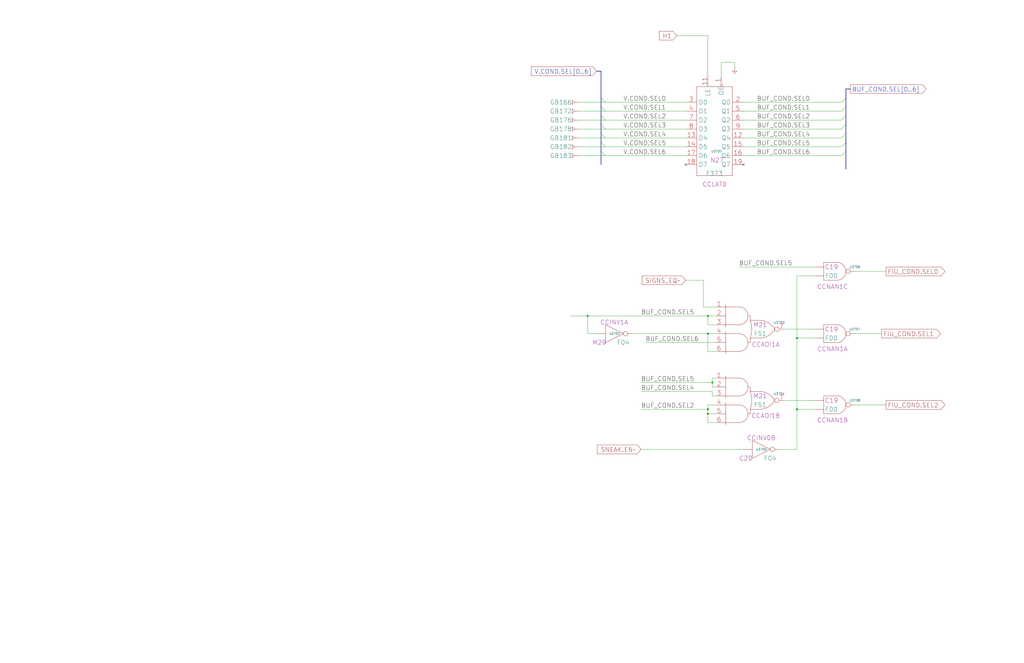
<source format=kicad_sch>
(kicad_sch (version 20250114) (generator "eeschema") (generator_version "9.0")
  (paper "User" 584.2 378.46)
  (title_block (title "CONDITION LOGIC") (date "22-MAR-90") (rev "1.0") (comment 1 "VALUE") (comment 2 "232-003063") (comment 3 "S400") (comment 4 "RELEASED"))
  (lib_symbols
    (symbol "r1000:F00" (pin_numbers (hide yes)) (pin_names (hide yes))
      (property "Reference" "U" (at 15.24 0 0))
      (property "Value" "F00" (at 1.905 -5.08 0))
      (property "Location" "___" (at 1.905 0 0))
      (property "Name" "______" (at 2.54 -12.7 0))
      (symbol "F00_0_1"
        (polyline (pts (xy -2.54 2.54) (xy -2.54 -7.62)) (stroke (width 0.1524)))
        (polyline (pts (xy -2.54 2.54) (xy 5.08 2.54)) (stroke (width 0.1524)))
        (polyline (pts (xy -2.54 -7.62) (xy 5.08 -7.62)) (stroke (width 0.1524)))
        (arc (start 5.08 2.54) (mid 10.1281 -2.54) (end 5.08 -7.62) (stroke (width 0.1524)))
        (circle (center 11.43 -2.54) (radius 1.27) (stroke (width 0.1524)))
      )
      (symbol "F00_0_2"
        (arc (start -3.175 2.54) (mid -2.134 -2.54) (end -3.175 -7.62) (stroke (width 0.1524)))
        (circle (center -3.81 0) (radius 1.27) (stroke (width 0.1524)))
        (circle (center -3.81 -5.08) (radius 1.27) (stroke (width 0.1524)))
        (polyline (pts (xy -3.175 2.54) (xy 3.81 2.54)) (stroke (width 0.1524)))
        (polyline (pts (xy -3.175 -7.62) (xy 3.81 -7.62)) (stroke (width 0.1524)))
        (arc (start 3.81 2.54) (mid 7.5828 0.7472) (end 10.16 -2.54) (stroke (width 0.1524)))
        (arc (start 10.16 -2.54) (mid 7.5855 -5.8306) (end 3.81 -7.62) (stroke (width 0.1524)))
      )
      (symbol "F00_1_1"
        (pin input line (at -7.62 0 0) (length 5.08) (name "D0") (number "1"))
        (pin input line (at -7.62 -5.08 0) (length 5.08) (name "D1") (number "2"))
        (pin output line (at 15.24 -2.54 180) (length 2.54) (name "Q") (number "3"))
      )
      (symbol "F00_1_2"
        (pin input line (at -7.62 0 0) (length 2.54) (name "D0") (number "1"))
        (pin input line (at -7.62 -5.08 0) (length 2.54) (name "D1") (number "2"))
        (pin output line (at 15.24 -2.54 180) (length 5.08) (name "Q") (number "3"))
      )
    )
    (symbol "r1000:F04" (pin_numbers (hide yes)) (pin_names (hide yes))
      (property "Reference" "U" (at 0 0 0))
      (property "Value" "F04" (at 1.27 -5.08 0))
      (property "Location" "___" (at -12.7 -5.08 0))
      (property "Name" "______" (at 0 5.08 0))
      (symbol "F04_0_1"
        (polyline (pts (xy -7.62 0) (xy -5.08 0)) (stroke (width 0.1524)))
        (polyline (pts (xy -5.08 5.08) (xy -5.08 -5.08)) (stroke (width 0.1524)))
        (polyline (pts (xy 5.08 0) (xy -5.08 5.08)) (stroke (width 0.1524)))
        (polyline (pts (xy 5.08 0) (xy -5.08 -5.08)) (stroke (width 0.1524)))
        (circle (center 6.35 0) (radius 1.27) (stroke (width 0.1524)))
      )
      (symbol "F04_1_1"
        (pin input line (at -10.16 0 0) (length 2.54) (name "D0") (number "1"))
        (pin output line (at 10.16 0 180) (length 2.54) (name "Q") (number "2"))
      )
    )
    (symbol "r1000:F373" (pin_names (offset 1.016))
      (property "Reference" "U" (at 2.54 5.08 0))
      (property "Value" "F373" (at -3.81 -7.62 0))
      (property "Location" "___" (at -1.27 0 0))
      (property "Name" "______" (at 1.27 -15.24 0))
      (symbol "F373_1_1"
        (rectangle (start -8.89 41.91) (end 11.43 -8.89))
        (circle (center 5.08 42.545) (radius 0.635))
        (pin input line (at -15.24 33.02 0) (length 6.35) (name "D0") (number "3"))
        (pin input line (at -15.24 27.94 0) (length 6.35) (name "D1") (number "4"))
        (pin input line (at -15.24 22.86 0) (length 6.35) (name "D2") (number "7"))
        (pin input line (at -15.24 17.78 0) (length 6.35) (name "D3") (number "8"))
        (pin input line (at -15.24 12.7 0) (length 6.35) (name "D4") (number "13"))
        (pin input line (at -15.24 7.62 0) (length 6.35) (name "D5") (number "14"))
        (pin input line (at -15.24 2.54 0) (length 6.35) (name "D6") (number "17"))
        (pin input line (at -15.24 -2.54 0) (length 6.35) (name "D7") (number "18"))
        (pin input line (at -2.54 48.26 270) (length 6.35) (name "LE") (number "11"))
        (pin input line (at 5.08 48.26 270) (length 5.08) (name "OE") (number "1"))
        (pin tri_state line (at 17.78 33.02 180) (length 6.35) (name "Q0") (number "2"))
        (pin tri_state line (at 17.78 27.94 180) (length 6.35) (name "Q1") (number "5"))
        (pin tri_state line (at 17.78 22.86 180) (length 6.35) (name "Q2") (number "6"))
        (pin tri_state line (at 17.78 17.78 180) (length 6.35) (name "Q3") (number "9"))
        (pin tri_state line (at 17.78 12.7 180) (length 6.35) (name "Q4") (number "12"))
        (pin tri_state line (at 17.78 7.62 180) (length 6.35) (name "Q5") (number "15"))
        (pin tri_state line (at 17.78 2.54 180) (length 6.35) (name "Q6") (number "16"))
        (pin tri_state line (at 17.78 -2.54 180) (length 6.35) (name "Q7") (number "19"))
      )
    )
    (symbol "r1000:F51" (pin_names (hide yes))
      (property "Reference" "U" (at 12.7 1.27 0))
      (property "Value" "F51" (at 1.905 -5.08 0))
      (property "Location" "___" (at 1.905 0 0))
      (property "Name" "______" (at 5.08 -12.7 0))
      (symbol "F51_0_0"
        (polyline (pts (xy -20.32 10.16) (xy -17.78 10.16)) (stroke (width 0.1524)))
        (polyline (pts (xy -20.32 5.08) (xy -17.78 5.08)) (stroke (width 0.1524)))
        (polyline (pts (xy -20.32 0) (xy -17.78 0)) (stroke (width 0.1524)))
        (polyline (pts (xy -20.32 -5.08) (xy -17.78 -5.08)) (stroke (width 0.1524)))
        (polyline (pts (xy -20.32 -10.16) (xy -17.78 -10.16)) (stroke (width 0.1524)))
        (polyline (pts (xy -20.32 -15.24) (xy -17.78 -15.24)) (stroke (width 0.1524)))
        (arc (start -3.8173 2.54) (mid -2.9926 -2.54) (end -3.8173 -7.62) (stroke (width 0.1524)))
        (polyline (pts (xy -17.78 11.43) (xy -17.78 -1.27)) (stroke (width 0.1524)))
        (polyline (pts (xy -17.78 -3.81) (xy -17.78 -16.51)) (stroke (width 0.1524)))
        (polyline (pts (xy -10.16 10.16) (xy -17.78 10.16)) (stroke (width 0.1524)))
        (arc (start -10.16 10.16) (mid -6.5679 8.6721) (end -5.08 5.08) (stroke (width 0.1524)))
        (arc (start -5.08 5.08) (mid -6.5679 1.4879) (end -10.16 0) (stroke (width 0.1524)))
        (polyline (pts (xy -10.16 0) (xy -17.78 0)) (stroke (width 0.1524)))
        (polyline (pts (xy -10.16 -5.08) (xy -17.78 -5.08)) (stroke (width 0.1524)))
        (arc (start -10.16 -5.08) (mid -6.5679 -6.5679) (end -5.08 -10.16) (stroke (width 0.1524)))
        (arc (start -5.08 -10.16) (mid -6.5679 -13.7521) (end -10.16 -15.24) (stroke (width 0.1524)))
        (polyline (pts (xy -10.16 -15.24) (xy -17.78 -15.24)) (stroke (width 0.1524)))
        (polyline (pts (xy -5.08 5.08) (xy -3.81 5.08) (xy -3.81 2.54)) (stroke (width 0.1524)))
        (polyline (pts (xy -5.08 -10.16) (xy -3.81 -10.16) (xy -3.81 -7.62)) (stroke (width 0.1524)))
        (polyline (pts (xy -3.81 2.54) (xy 2.54 2.54)) (stroke (width 0.1524)))
        (polyline (pts (xy -3.81 -7.62) (xy 2.54 -7.62)) (stroke (width 0.1524)))
        (arc (start 10.16 -2.54) (mid 6.9504 -5.9807) (end 2.54 -7.62) (stroke (width 0.1524)))
        (arc (start 2.54 2.54) (mid 6.9516 0.9024) (end 10.16 -2.54) (stroke (width 0.1524)))
        (circle (center 11.43 -2.54) (radius 1.27) (stroke (width 0.1524)))
      )
      (symbol "F51_1_1"
        (pin input line (at -22.86 10.16 0) (length 2.54) (name "A1") (number "1"))
        (pin input line (at -22.86 5.08 0) (length 2.54) (name "A2") (number "2"))
        (pin input line (at -22.86 0 0) (length 2.54) (name "A3") (number "3"))
        (pin input line (at -22.86 -5.08 0) (length 2.54) (name "B1") (number "4"))
        (pin input line (at -22.86 -10.16 0) (length 2.54) (name "B2") (number "5"))
        (pin input line (at -22.86 -15.24 0) (length 2.54) (name "B3") (number "6"))
        (pin output line (at 15.24 -2.54 180) (length 2.54) (name "Q") (number "7"))
      )
    )
    (symbol "r1000:GB" (pin_numbers (hide yes)) (pin_names (offset 0) (hide yes))
      (property "Reference" "GB" (at 3.81 0 0))
      (symbol "GB_0_1"
        (polyline (pts (xy 2.54 0) (xy 3.81 1.27) (xy 3.81 -1.27) (xy 2.54 0)) (stroke (width 0.1524)))
      )
      (symbol "GB_1_1"
        (pin bidirectional line (at 0 0 0) (length 2.54) (name "") (number "1"))
      )
    )
    (symbol "r1000:PD" (power) (pin_numbers (hide yes)) (pin_names (hide yes)) (in_bom no)
      (symbol "PD_0_1"
        (polyline (pts (xy 0 -2.54) (xy 1.27 -2.54) (xy 0 -3.81) (xy -1.27 -2.54) (xy 0 -2.54)) (stroke (width 0.1524)))
      )
      (symbol "PD_1_1"
        (pin power_in line (at 0 0 270) (length 2.54) (name "PD") (number "1"))
      )
    )
  )
  (junction (at 403.86 236.22))
  (junction (at 335.28 180.34))
  (junction (at 403.86 233.68))
  (junction (at 406.4 218.44))
  (junction (at 454.66 233.68))
  (junction (at 403.86 190.5))
  (junction (at 403.86 180.34))
  (junction (at 454.66 193.04))
  (no_connect (at 391.16 93.98))
  (no_connect (at 424.18 93.98))
  (bus_entry (at 342.9 86.36) (size 2.54 2.54))
  (bus_entry (at 342.9 55.88) (size 2.54 2.54))
  (bus_entry (at 482.6 76.2) (size -2.54 2.54))
  (bus_entry (at 482.6 86.36) (size -2.54 2.54))
  (bus_entry (at 482.6 60.96) (size -2.54 2.54))
  (bus_entry (at 482.6 81.28) (size -2.54 2.54))
  (bus_entry (at 482.6 66.04) (size -2.54 2.54))
  (bus_entry (at 342.9 81.28) (size 2.54 2.54))
  (bus_entry (at 482.6 55.88) (size -2.54 2.54))
  (bus_entry (at 342.9 66.04) (size 2.54 2.54))
  (bus_entry (at 342.9 60.96) (size 2.54 2.54))
  (bus_entry (at 342.9 76.2) (size 2.54 2.54))
  (bus_entry (at 342.9 71.12) (size 2.54 2.54))
  (bus_entry (at 482.6 71.12) (size -2.54 2.54))
  (wire (pts (xy 403.86 241.3) (xy 403.86 236.22)))
  (wire (pts (xy 408.94 200.66) (xy 403.86 200.66)))
  (wire (pts (xy 419.1 35.56) (xy 411.48 35.56)))
  (wire (pts (xy 403.86 180.34) (xy 408.94 180.34)))
  (wire (pts (xy 401.32 160.02) (xy 401.32 175.26)))
  (wire (pts (xy 403.86 185.42) (xy 403.86 180.34)))
  (wire (pts (xy 345.44 83.82) (xy 391.16 83.82)))
  (wire (pts (xy 360.68 190.5) (xy 403.86 190.5)))
  (wire (pts (xy 330.2 68.58) (xy 345.44 68.58)))
  (wire (pts (xy 330.2 73.66) (xy 345.44 73.66)))
  (wire (pts (xy 365.76 256.54) (xy 424.18 256.54)))
  (wire (pts (xy 345.44 78.74) (xy 391.16 78.74)))
  (wire (pts (xy 325.12 180.34) (xy 335.28 180.34)))
  (wire (pts (xy 408.94 215.9) (xy 406.4 215.9)))
  (wire (pts (xy 406.4 215.9) (xy 406.4 218.44)))
  (wire (pts (xy 454.66 193.04) (xy 464.82 193.04)))
  (bus (pts (xy 482.6 60.96) (xy 482.6 66.04)))
  (wire (pts (xy 335.28 190.5) (xy 335.28 180.34)))
  (wire (pts (xy 408.94 185.42) (xy 403.86 185.42)))
  (wire (pts (xy 454.66 193.04) (xy 454.66 157.48)))
  (wire (pts (xy 403.86 190.5) (xy 408.94 190.5)))
  (wire (pts (xy 403.86 236.22) (xy 403.86 233.68)))
  (wire (pts (xy 365.76 218.44) (xy 406.4 218.44)))
  (wire (pts (xy 447.04 187.96) (xy 464.82 187.96)))
  (wire (pts (xy 345.44 58.42) (xy 391.16 58.42)))
  (wire (pts (xy 330.2 83.82) (xy 345.44 83.82)))
  (wire (pts (xy 406.4 218.44) (xy 406.4 220.98)))
  (wire (pts (xy 330.2 58.42) (xy 345.44 58.42)))
  (wire (pts (xy 487.68 154.94) (xy 505.46 154.94)))
  (wire (pts (xy 487.68 231.14) (xy 505.46 231.14)))
  (wire (pts (xy 454.66 157.48) (xy 464.82 157.48)))
  (bus (pts (xy 342.9 40.64) (xy 342.9 55.88)))
  (wire (pts (xy 454.66 256.54) (xy 454.66 233.68)))
  (bus (pts (xy 482.6 50.8) (xy 482.6 55.88)))
  (bus (pts (xy 342.9 71.12) (xy 342.9 76.2)))
  (wire (pts (xy 444.5 256.54) (xy 454.66 256.54)))
  (bus (pts (xy 482.6 86.36) (xy 482.6 96.52)))
  (wire (pts (xy 454.66 233.68) (xy 454.66 193.04)))
  (wire (pts (xy 408.94 241.3) (xy 403.86 241.3)))
  (wire (pts (xy 391.16 160.02) (xy 401.32 160.02)))
  (wire (pts (xy 424.18 63.5) (xy 480.06 63.5)))
  (wire (pts (xy 419.1 38.1) (xy 419.1 35.56)))
  (wire (pts (xy 447.04 228.6) (xy 464.82 228.6)))
  (bus (pts (xy 342.9 60.96) (xy 342.9 66.04)))
  (bus (pts (xy 342.9 55.88) (xy 342.9 60.96)))
  (wire (pts (xy 335.28 180.34) (xy 403.86 180.34)))
  (wire (pts (xy 386.08 20.32) (xy 403.86 20.32)))
  (wire (pts (xy 330.2 88.9) (xy 345.44 88.9)))
  (wire (pts (xy 408.94 226.06) (xy 406.4 226.06)))
  (bus (pts (xy 340.36 40.64) (xy 342.9 40.64)))
  (wire (pts (xy 454.66 233.68) (xy 464.82 233.68)))
  (wire (pts (xy 345.44 68.58) (xy 391.16 68.58)))
  (wire (pts (xy 330.2 63.5) (xy 345.44 63.5)))
  (wire (pts (xy 424.18 78.74) (xy 480.06 78.74)))
  (wire (pts (xy 406.4 220.98) (xy 408.94 220.98)))
  (wire (pts (xy 403.86 20.32) (xy 403.86 43.18)))
  (wire (pts (xy 403.86 233.68) (xy 403.86 231.14)))
  (wire (pts (xy 421.64 152.4) (xy 464.82 152.4)))
  (wire (pts (xy 365.76 233.68) (xy 403.86 233.68)))
  (bus (pts (xy 342.9 86.36) (xy 342.9 93.98)))
  (wire (pts (xy 424.18 83.82) (xy 480.06 83.82)))
  (bus (pts (xy 482.6 71.12) (xy 482.6 76.2)))
  (wire (pts (xy 403.86 200.66) (xy 403.86 190.5)))
  (wire (pts (xy 424.18 88.9) (xy 480.06 88.9)))
  (wire (pts (xy 401.32 175.26) (xy 408.94 175.26)))
  (wire (pts (xy 424.18 73.66) (xy 480.06 73.66)))
  (bus (pts (xy 342.9 81.28) (xy 342.9 86.36)))
  (wire (pts (xy 411.48 35.56) (xy 411.48 43.18)))
  (wire (pts (xy 487.68 190.5) (xy 502.92 190.5)))
  (bus (pts (xy 482.6 50.8) (xy 485.14 50.8)))
  (wire (pts (xy 368.3 195.58) (xy 408.94 195.58)))
  (bus (pts (xy 482.6 76.2) (xy 482.6 81.28)))
  (wire (pts (xy 345.44 73.66) (xy 391.16 73.66)))
  (wire (pts (xy 403.86 231.14) (xy 408.94 231.14)))
  (bus (pts (xy 342.9 66.04) (xy 342.9 71.12)))
  (bus (pts (xy 342.9 76.2) (xy 342.9 81.28)))
  (wire (pts (xy 345.44 63.5) (xy 391.16 63.5)))
  (wire (pts (xy 406.4 223.52) (xy 365.76 223.52)))
  (wire (pts (xy 424.18 68.58) (xy 480.06 68.58)))
  (wire (pts (xy 403.86 236.22) (xy 408.94 236.22)))
  (wire (pts (xy 330.2 78.74) (xy 345.44 78.74)))
  (bus (pts (xy 482.6 66.04) (xy 482.6 71.12)))
  (bus (pts (xy 482.6 55.88) (xy 482.6 60.96)))
  (bus (pts (xy 482.6 81.28) (xy 482.6 86.36)))
  (wire (pts (xy 424.18 58.42) (xy 480.06 58.42)))
  (wire (pts (xy 340.36 190.5) (xy 335.28 190.5)))
  (wire (pts (xy 345.44 88.9) (xy 391.16 88.9)))
  (wire (pts (xy 406.4 226.06) (xy 406.4 223.52)))
  (label "BUF_COND.SEL2" (at 365.76 233.68 0) (effects (font (size 2.54 2.54))))
  (label "BUF_COND.SEL6" (at 368.3 195.58 0) (effects (font (size 2.54 2.54))))
  (label "BUF_COND.SEL4" (at 365.76 223.52 0) (effects (font (size 2.54 2.54))))
  (label "V.COND.SEL3" (at 355.6 73.66 0) (effects (font (size 2.54 2.54))))
  (label "BUF_COND.SEL1" (at 431.8 63.5 0) (effects (font (size 2.54 2.54))))
  (label "BUF_COND.SEL5" (at 431.8 83.82 0) (effects (font (size 2.54 2.54))))
  (label "BUF_COND.SEL5" (at 365.76 218.44 0) (effects (font (size 2.54 2.54))))
  (label "V.COND.SEL2" (at 355.6 68.58 0) (effects (font (size 2.54 2.54))))
  (label "BUF_COND.SEL3" (at 431.8 73.66 0) (effects (font (size 2.54 2.54))))
  (label "V.COND.SEL6" (at 355.6 88.9 0) (effects (font (size 2.54 2.54))))
  (label "V.COND.SEL0" (at 355.6 58.42 0) (effects (font (size 2.54 2.54))))
  (label "V.COND.SEL4" (at 355.6 78.74 0) (effects (font (size 2.54 2.54))))
  (label "BUF_COND.SEL5" (at 365.76 180.34 0) (effects (font (size 2.54 2.54))))
  (label "V.COND.SEL5" (at 355.6 83.82 0) (effects (font (size 2.54 2.54))))
  (label "BUF_COND.SEL2" (at 431.8 68.58 0) (effects (font (size 2.54 2.54))))
  (label "BUF_COND.SEL0" (at 431.8 58.42 0) (effects (font (size 2.54 2.54))))
  (label "BUF_COND.SEL6" (at 431.8 88.9 0) (effects (font (size 2.54 2.54))))
  (label "V.COND.SEL1" (at 355.6 63.5 0) (effects (font (size 2.54 2.54))))
  (label "BUF_COND.SEL5" (at 421.64 152.4 0) (effects (font (size 2.54 2.54))))
  (label "BUF_COND.SEL4" (at 431.8 78.74 0) (effects (font (size 2.54 2.54))))
  (global_label "SNEAK.EN~" (shape input) (at 365.76 256.54 180) (effects (font (size 2.54 2.54))) (property "Intersheetrefs" "${INTERSHEET_REFS}" (at 340.8559 256.3813 0) (effects (font (size 1.905 1.905)) (justify right))))
  (global_label "FIU_COND.SEL2" (shape output) (at 505.46 231.14 0) (effects (font (size 2.54 2.54))) (property "Intersheetrefs" "${INTERSHEET_REFS}" (at 539.0727 230.9813 0) (effects (font (size 1.905 1.905)) (justify left))))
  (global_label "V.COND.SEL[0..6]" (shape input) (at 340.36 40.64 180) (effects (font (size 2.54 2.54))) (property "Intersheetrefs" "${INTERSHEET_REFS}" (at 303.1188 40.4813 0) (effects (font (size 1.905 1.905)) (justify right))))
  (global_label "SIGNS_EQ~" (shape input) (at 391.16 160.02 180) (effects (font (size 2.54 2.54))) (property "Intersheetrefs" "${INTERSHEET_REFS}" (at 366.3769 159.8613 0) (effects (font (size 1.905 1.905)) (justify right))))
  (global_label "FIU_COND.SEL1" (shape output) (at 502.92 190.5 0) (effects (font (size 2.54 2.54))) (property "Intersheetrefs" "${INTERSHEET_REFS}" (at 536.5327 190.3413 0) (effects (font (size 1.905 1.905)) (justify left))))
  (global_label "H1" (shape input) (at 386.08 20.32 180) (effects (font (size 2.54 2.54))) (property "Intersheetrefs" "${INTERSHEET_REFS}" (at 376.174 20.1613 0) (effects (font (size 1.905 1.905)) (justify right))))
  (global_label "BUF_COND.SEL[0..6]" (shape output) (at 485.14 50.8 0) (effects (font (size 2.54 2.54))) (property "Intersheetrefs" "${INTERSHEET_REFS}" (at 528.3079 50.6413 0) (effects (font (size 1.905 1.905)) (justify left))))
  (global_label "FIU_COND.SEL0" (shape output) (at 505.46 154.94 0) (effects (font (size 2.54 2.54))) (property "Intersheetrefs" "${INTERSHEET_REFS}" (at 539.0727 154.7813 0) (effects (font (size 1.905 1.905)) (justify left))))
  (symbol (lib_id "r1000:GB") (at 330.2 88.9 0) (mirror y) (unit 1)
    (property "Reference" "GB183" (at 326.39 88.9 0) (effects (font (size 2.54 2.54)) (justify left)))
    (property "Value" "GB" (effects (hide yes)))
  )
  (symbol (lib_id "r1000:F04") (at 350.52 190.5 0) (unit 1)
    (property "Reference" "U3702" (at 350.52 190.5 0))
    (property "Value" "F04" (at 351.79 195.58 0) (effects (font (size 2.54 2.54)) (justify left)))
    (property "Location" "M29" (at 337.82 195.58 0) (effects (font (size 2.54 2.54)) (justify left)))
    (property "Name" "CCINV1A" (at 350.52 185.42 0) (effects (font (size 2.54 2.54)) (justify bottom)))
  )
  (symbol (lib_id "r1000:F00") (at 472.44 187.96 0) (unit 1)
    (property "Reference" "U3707" (at 487.68 187.96 0))
    (property "Value" "F00" (at 474.345 193.04 0) (effects (font (size 2.54 2.54))))
    (property "Location" "C19" (at 474.345 187.96 0) (effects (font (size 2.54 2.54))))
    (property "Name" "CCNAN1A" (at 474.98 200.66 0) (effects (font (size 2.54 2.54)) (justify bottom)))
  )
  (symbol (lib_id "r1000:F00") (at 472.44 152.4 0) (unit 1)
    (property "Reference" "U3706" (at 487.68 152.4 0))
    (property "Value" "F00" (at 474.345 157.48 0) (effects (font (size 2.54 2.54))))
    (property "Location" "C19" (at 474.345 152.4 0) (effects (font (size 2.54 2.54))))
    (property "Name" "CCNAN1C" (at 474.98 165.1 0) (effects (font (size 2.54 2.54)) (justify bottom)))
  )
  (symbol (lib_id "r1000:F51") (at 431.8 185.42 0) (unit 1)
    (property "Reference" "U3703" (at 444.5 184.15 0))
    (property "Value" "F51" (at 433.705 190.5 0) (effects (font (size 2.54 2.54))))
    (property "Location" "M21" (at 433.705 185.42 0) (effects (font (size 2.54 2.54))))
    (property "Name" "CCAOI1A" (at 436.88 198.12 0) (effects (font (size 2.54 2.54)) (justify bottom)))
  )
  (symbol (lib_id "r1000:F00") (at 472.44 228.6 0) (unit 1)
    (property "Reference" "U3708" (at 487.68 228.6 0))
    (property "Value" "F00" (at 474.345 233.68 0) (effects (font (size 2.54 2.54))))
    (property "Location" "C19" (at 474.345 228.6 0) (effects (font (size 2.54 2.54))))
    (property "Name" "CCNAN1B" (at 474.98 241.3 0) (effects (font (size 2.54 2.54)) (justify bottom)))
  )
  (symbol (lib_id "r1000:F51") (at 431.8 226.06 0) (unit 1)
    (property "Reference" "U3704" (at 444.5 224.79 0))
    (property "Value" "F51" (at 433.705 231.14 0) (effects (font (size 2.54 2.54))))
    (property "Location" "M21" (at 433.705 226.06 0) (effects (font (size 2.54 2.54))))
    (property "Name" "CCAOI1B" (at 436.88 238.76 0) (effects (font (size 2.54 2.54)) (justify bottom)))
  )
  (symbol (lib_id "r1000:F04") (at 434.34 256.54 0) (unit 1)
    (property "Reference" "U3705" (at 434.34 256.54 0))
    (property "Value" "F04" (at 435.61 261.62 0) (effects (font (size 2.54 2.54)) (justify left)))
    (property "Location" "C20" (at 421.64 261.62 0) (effects (font (size 2.54 2.54)) (justify left)))
    (property "Name" "CCINV0B" (at 434.34 251.46 0) (effects (font (size 2.54 2.54)) (justify bottom)))
  )
  (symbol (lib_id "r1000:GB") (at 330.2 83.82 0) (mirror y) (unit 1)
    (property "Reference" "GB182" (at 326.39 83.82 0) (effects (font (size 2.54 2.54)) (justify left)))
    (property "Value" "GB" (effects (hide yes)))
  )
  (symbol (lib_id "r1000:GB") (at 330.2 58.42 0) (mirror y) (unit 1)
    (property "Reference" "GB166" (at 326.39 58.42 0) (effects (font (size 2.54 2.54)) (justify left)))
    (property "Value" "GB" (effects (hide yes)))
  )
  (symbol (lib_id "r1000:GB") (at 330.2 73.66 0) (mirror y) (unit 1)
    (property "Reference" "GB178" (at 326.39 73.66 0) (effects (font (size 2.54 2.54)) (justify left)))
    (property "Value" "GB" (effects (hide yes)))
  )
  (symbol (lib_id "r1000:F373") (at 406.4 91.44 0) (unit 1)
    (property "Reference" "U3701" (at 408.94 86.36 0))
    (property "Value" "F373" (at 402.59 99.06 0) (effects (font (size 2.54 2.54)) (justify left)))
    (property "Location" "N27" (at 405.13 91.44 0) (effects (font (size 2.54 2.54)) (justify left)))
    (property "Name" "CCLAT0" (at 407.67 106.68 0) (effects (font (size 2.54 2.54)) (justify bottom)))
  )
  (symbol (lib_id "r1000:PD") (at 419.1 38.1 0) (unit 1) (in_bom no)
    (property "Reference" "#PWR03701" (effects (hide yes)))
    (property "Value" "PD" (effects (hide yes)))
  )
  (symbol (lib_id "r1000:GB") (at 330.2 63.5 0) (mirror y) (unit 1)
    (property "Reference" "GB172" (at 326.39 63.5 0) (effects (font (size 2.54 2.54)) (justify left)))
    (property "Value" "GB" (effects (hide yes)))
  )
  (symbol (lib_id "r1000:GB") (at 330.2 68.58 0) (mirror y) (unit 1)
    (property "Reference" "GB176" (at 326.39 68.58 0) (effects (font (size 2.54 2.54)) (justify left)))
    (property "Value" "GB" (effects (hide yes)))
  )
  (symbol (lib_id "r1000:GB") (at 330.2 78.74 0) (mirror y) (unit 1)
    (property "Reference" "GB181" (at 326.39 78.74 0) (effects (font (size 2.54 2.54)) (justify left)))
    (property "Value" "GB" (effects (hide yes)))
  )
)
</source>
